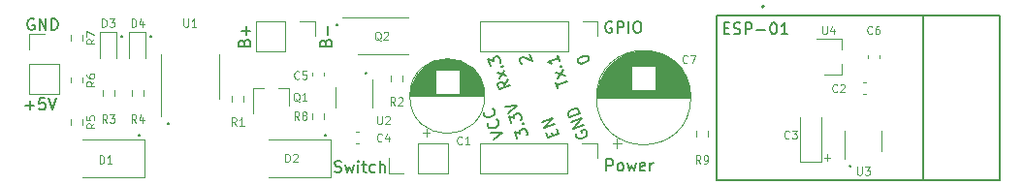
<source format=gto>
%TF.GenerationSoftware,KiCad,Pcbnew,5.1.8-5.1.8*%
%TF.CreationDate,2022-10-01T18:22:25+01:00*%
%TF.ProjectId,ESPower,4553506f-7765-4722-9e6b-696361645f70,rev?*%
%TF.SameCoordinates,Original*%
%TF.FileFunction,Legend,Top*%
%TF.FilePolarity,Positive*%
%FSLAX46Y46*%
G04 Gerber Fmt 4.6, Leading zero omitted, Abs format (unit mm)*
G04 Created by KiCad (PCBNEW 5.1.8-5.1.8) date 2022-10-01 18:22:25*
%MOMM*%
%LPD*%
G01*
G04 APERTURE LIST*
%ADD10C,0.150000*%
%ADD11C,0.120000*%
%ADD12C,0.200000*%
%ADD13C,0.127000*%
%ADD14R,2.500000X1.800000*%
%ADD15C,2.700000*%
%ADD16C,1.500000*%
%ADD17R,1.500000X1.500000*%
%ADD18R,0.900000X0.800000*%
%ADD19R,0.650000X1.060000*%
%ADD20R,3.200000X2.400000*%
%ADD21R,0.800000X0.900000*%
%ADD22R,1.700000X1.700000*%
%ADD23O,1.700000X1.700000*%
%ADD24C,1.600000*%
%ADD25R,1.600000X1.600000*%
G04 APERTURE END LIST*
D10*
X108585000Y-104751142D02*
X108632619Y-104798761D01*
X108585000Y-104846380D01*
X108537380Y-104798761D01*
X108585000Y-104751142D01*
X108585000Y-104846380D01*
X92329000Y-104751142D02*
X92376619Y-104798761D01*
X92329000Y-104846380D01*
X92281380Y-104798761D01*
X92329000Y-104751142D01*
X92329000Y-104846380D01*
X154432000Y-107418142D02*
X154479619Y-107465761D01*
X154432000Y-107513380D01*
X154384380Y-107465761D01*
X154432000Y-107418142D01*
X154432000Y-107513380D01*
X112141000Y-99290142D02*
X112188619Y-99337761D01*
X112141000Y-99385380D01*
X112093380Y-99337761D01*
X112141000Y-99290142D01*
X112141000Y-99385380D01*
X109601000Y-95099142D02*
X109648619Y-95146761D01*
X109601000Y-95194380D01*
X109553380Y-95146761D01*
X109601000Y-95099142D01*
X109601000Y-95194380D01*
X94869000Y-103735142D02*
X94916619Y-103782761D01*
X94869000Y-103830380D01*
X94821380Y-103782761D01*
X94869000Y-103735142D01*
X94869000Y-103830380D01*
X90805000Y-96115142D02*
X90852619Y-96162761D01*
X90805000Y-96210380D01*
X90757380Y-96162761D01*
X90805000Y-96115142D01*
X90805000Y-96210380D01*
X93345000Y-96115142D02*
X93392619Y-96162761D01*
X93345000Y-96210380D01*
X93297380Y-96162761D01*
X93345000Y-96115142D01*
X93345000Y-96210380D01*
X124526972Y-99919980D02*
X124193506Y-100396077D01*
X124722412Y-100456947D02*
X123782719Y-100798967D01*
X123652426Y-100440989D01*
X123664600Y-100335208D01*
X123693061Y-100274174D01*
X123766268Y-100196853D01*
X123900510Y-100147993D01*
X124006291Y-100160167D01*
X124067325Y-100188628D01*
X124144646Y-100261835D01*
X124274939Y-100619814D01*
X124412965Y-99606749D02*
X123607350Y-99342542D01*
X123786504Y-99834762D02*
X124233812Y-99114529D01*
X124014024Y-98789124D02*
X124042485Y-98728090D01*
X124103518Y-98756551D01*
X124075058Y-98817585D01*
X124014024Y-98789124D01*
X124103518Y-98756551D01*
X123033532Y-98740593D02*
X122821806Y-98158878D01*
X123293791Y-98341816D01*
X123244931Y-98207574D01*
X123257104Y-98101793D01*
X123285565Y-98040759D01*
X123358773Y-97963438D01*
X123582509Y-97882005D01*
X123688290Y-97894179D01*
X123749324Y-97922639D01*
X123826645Y-97995847D01*
X123924365Y-98264331D01*
X123912191Y-98370112D01*
X123883731Y-98431146D01*
X125783620Y-98594207D02*
X125722587Y-98565746D01*
X125645266Y-98492538D01*
X125563833Y-98268802D01*
X125576006Y-98163021D01*
X125604467Y-98101987D01*
X125677675Y-98024666D01*
X125767169Y-97992093D01*
X125917698Y-97987980D01*
X126650105Y-98329507D01*
X126438379Y-97747792D01*
X128870863Y-100694341D02*
X128675423Y-100157373D01*
X129712835Y-100083837D02*
X128773143Y-100425857D01*
X129533682Y-99591617D02*
X128728067Y-99327410D01*
X128907220Y-99819630D02*
X129354529Y-99099397D01*
X129134741Y-98773992D02*
X129163201Y-98712958D01*
X129224235Y-98741419D01*
X129195775Y-98802453D01*
X129134741Y-98773992D01*
X129224235Y-98741419D01*
X128882215Y-97801726D02*
X129077655Y-98338693D01*
X128979935Y-98070210D02*
X128040242Y-98412230D01*
X128207058Y-98452865D01*
X128329125Y-98509786D01*
X128406446Y-98582994D01*
X130692693Y-98403044D02*
X130660119Y-98313549D01*
X130672293Y-98207768D01*
X130700754Y-98146734D01*
X130773962Y-98069413D01*
X130936664Y-97959519D01*
X131160400Y-97878086D01*
X131355676Y-97857686D01*
X131461457Y-97869860D01*
X131522491Y-97898321D01*
X131599812Y-97971529D01*
X131632385Y-98061023D01*
X131620211Y-98166805D01*
X131591751Y-98227839D01*
X131518543Y-98305159D01*
X131355840Y-98415053D01*
X131132104Y-98496486D01*
X130936828Y-98516886D01*
X130831047Y-98504712D01*
X130770013Y-98476251D01*
X130692693Y-98403044D01*
X130473740Y-104645966D02*
X130461566Y-104751747D01*
X130510426Y-104885989D01*
X130604033Y-105003944D01*
X130726101Y-105060865D01*
X130831882Y-105073039D01*
X131027158Y-105052640D01*
X131161400Y-105003780D01*
X131324102Y-104893886D01*
X131397310Y-104816565D01*
X131454231Y-104694497D01*
X131450119Y-104543969D01*
X131417545Y-104454474D01*
X131323938Y-104336519D01*
X131262904Y-104308058D01*
X130949673Y-104422065D01*
X131014820Y-104601054D01*
X131205819Y-103872760D02*
X130266126Y-104214780D01*
X131010379Y-103335792D01*
X130070686Y-103677813D01*
X130847512Y-102888320D02*
X129907819Y-103230340D01*
X129826386Y-103006604D01*
X129822273Y-102856075D01*
X129879194Y-102734007D01*
X129952402Y-102656687D01*
X130115104Y-102546793D01*
X130249346Y-102497933D01*
X130444622Y-102477533D01*
X130550403Y-102489707D01*
X130672471Y-102546628D01*
X130766078Y-102664583D01*
X130847512Y-102888320D01*
X128455322Y-104858012D02*
X128341315Y-104544781D01*
X128784675Y-104231386D02*
X128947542Y-104678859D01*
X128007849Y-105020879D01*
X127844983Y-104573406D01*
X128638095Y-103828661D02*
X127698403Y-104170681D01*
X128442655Y-103291693D01*
X127502962Y-103633714D01*
X125339293Y-105079462D02*
X125127566Y-104497747D01*
X125599551Y-104680685D01*
X125550691Y-104546443D01*
X125562865Y-104440662D01*
X125591325Y-104379628D01*
X125664533Y-104302307D01*
X125888270Y-104220874D01*
X125994051Y-104233048D01*
X126055085Y-104261508D01*
X126132405Y-104334716D01*
X126230125Y-104603200D01*
X126217951Y-104708981D01*
X126189491Y-104770015D01*
X125831184Y-103785575D02*
X125859645Y-103724541D01*
X125920679Y-103753002D01*
X125892218Y-103814035D01*
X125831184Y-103785575D01*
X125920679Y-103753002D01*
X124850693Y-103737044D02*
X124638966Y-103155329D01*
X125110951Y-103338267D01*
X125062091Y-103204025D01*
X125074265Y-103098244D01*
X125102725Y-103037210D01*
X125175933Y-102959889D01*
X125399669Y-102878456D01*
X125505451Y-102890630D01*
X125566485Y-102919090D01*
X125643805Y-102992298D01*
X125741525Y-103260782D01*
X125729351Y-103366563D01*
X125700891Y-103427597D01*
X124541246Y-102886845D02*
X125366932Y-102231594D01*
X124313232Y-102260384D01*
X123258433Y-105199220D02*
X124084119Y-104543969D01*
X123030419Y-104572758D01*
X123571171Y-103413113D02*
X123632205Y-103441574D01*
X123725812Y-103559529D01*
X123758385Y-103649023D01*
X123762498Y-103799552D01*
X123705577Y-103921620D01*
X123632369Y-103998940D01*
X123469667Y-104108834D01*
X123335425Y-104157694D01*
X123140149Y-104178094D01*
X123034368Y-104165920D01*
X122912300Y-104108999D01*
X122818693Y-103991044D01*
X122786119Y-103901549D01*
X122782006Y-103751021D01*
X122810467Y-103689987D01*
X123229150Y-102473420D02*
X123290184Y-102501881D01*
X123383792Y-102619836D01*
X123416365Y-102709331D01*
X123420478Y-102859859D01*
X123363557Y-102981927D01*
X123290349Y-103059248D01*
X123127646Y-103169142D01*
X122993405Y-103218002D01*
X122798129Y-103238401D01*
X122692348Y-103226227D01*
X122570280Y-103169306D01*
X122476672Y-103051351D01*
X122444099Y-102961856D01*
X122439986Y-102811328D01*
X122468447Y-102750294D01*
D11*
X152133333Y-106730000D02*
X152666666Y-106730000D01*
X152400000Y-106996666D02*
X152400000Y-106463333D01*
D10*
X108640571Y-96686619D02*
X108688190Y-96543761D01*
X108735809Y-96496142D01*
X108831047Y-96448523D01*
X108973904Y-96448523D01*
X109069142Y-96496142D01*
X109116761Y-96543761D01*
X109164380Y-96639000D01*
X109164380Y-97019952D01*
X108164380Y-97019952D01*
X108164380Y-96686619D01*
X108212000Y-96591380D01*
X108259619Y-96543761D01*
X108354857Y-96496142D01*
X108450095Y-96496142D01*
X108545333Y-96543761D01*
X108592952Y-96591380D01*
X108640571Y-96686619D01*
X108640571Y-97019952D01*
X108783428Y-96019952D02*
X108783428Y-95258047D01*
X82407285Y-102179428D02*
X83169190Y-102179428D01*
X82788238Y-102560380D02*
X82788238Y-101798476D01*
X84121571Y-101560380D02*
X83645380Y-101560380D01*
X83597761Y-102036571D01*
X83645380Y-101988952D01*
X83740619Y-101941333D01*
X83978714Y-101941333D01*
X84073952Y-101988952D01*
X84121571Y-102036571D01*
X84169190Y-102131809D01*
X84169190Y-102369904D01*
X84121571Y-102465142D01*
X84073952Y-102512761D01*
X83978714Y-102560380D01*
X83740619Y-102560380D01*
X83645380Y-102512761D01*
X83597761Y-102465142D01*
X84454904Y-101560380D02*
X84788238Y-102560380D01*
X85121571Y-101560380D01*
D11*
X109064000Y-108457000D02*
X109064000Y-105157000D01*
X109064000Y-105157000D02*
X103664000Y-105157000D01*
X109064000Y-108457000D02*
X103664000Y-108457000D01*
X92808000Y-108457000D02*
X92808000Y-105157000D01*
X92808000Y-105157000D02*
X87408000Y-105157000D01*
X92808000Y-108457000D02*
X87408000Y-108457000D01*
X87390500Y-100186258D02*
X87390500Y-99711742D01*
X86345500Y-100186258D02*
X86345500Y-99711742D01*
D12*
X146912000Y-93540000D02*
G75*
G03*
X146912000Y-93540000I-100000J0D01*
G01*
D13*
X160772000Y-108690000D02*
X160772000Y-94290000D01*
X142772000Y-108690000D02*
X142772000Y-94290000D01*
X160772000Y-108690000D02*
X142772000Y-108690000D01*
X167472000Y-108690000D02*
X160772000Y-108690000D01*
X167472000Y-94290000D02*
X167472000Y-108690000D01*
X160772000Y-94290000D02*
X167472000Y-94290000D01*
X142772000Y-94290000D02*
X160772000Y-94290000D01*
D11*
X153668000Y-99497000D02*
X152208000Y-99497000D01*
X153668000Y-96337000D02*
X151508000Y-96337000D01*
X153668000Y-96337000D02*
X153668000Y-97267000D01*
X153668000Y-99497000D02*
X153668000Y-98567000D01*
X153965000Y-104383000D02*
X153965000Y-106833000D01*
X157185000Y-106183000D02*
X157185000Y-104383000D01*
X112735000Y-102373000D02*
X112735000Y-99923000D01*
X109515000Y-100573000D02*
X109515000Y-102373000D01*
X94214000Y-99695000D02*
X94214000Y-103145000D01*
X94214000Y-99695000D02*
X94214000Y-97745000D01*
X99334000Y-99695000D02*
X99334000Y-101645000D01*
X99334000Y-99695000D02*
X99334000Y-97745000D01*
X142000500Y-104885258D02*
X142000500Y-104410742D01*
X140955500Y-104885258D02*
X140955500Y-104410742D01*
X107427500Y-102886742D02*
X107427500Y-103361258D01*
X108472500Y-102886742D02*
X108472500Y-103361258D01*
X87390500Y-96503258D02*
X87390500Y-96028742D01*
X86345500Y-96503258D02*
X86345500Y-96028742D01*
X87390500Y-103869258D02*
X87390500Y-103394742D01*
X86345500Y-103869258D02*
X86345500Y-103394742D01*
X92724500Y-101329258D02*
X92724500Y-100854742D01*
X91679500Y-101329258D02*
X91679500Y-100854742D01*
X90184500Y-101329258D02*
X90184500Y-100854742D01*
X89139500Y-101329258D02*
X89139500Y-100854742D01*
X114285500Y-99584742D02*
X114285500Y-100059258D01*
X115330500Y-99584742D02*
X115330500Y-100059258D01*
X101487500Y-101837258D02*
X101487500Y-101362742D01*
X100442500Y-101837258D02*
X100442500Y-101362742D01*
X113665000Y-94529000D02*
X110065000Y-94529000D01*
X113665000Y-94529000D02*
X115865000Y-94529000D01*
X113665000Y-97749000D02*
X111465000Y-97749000D01*
X113665000Y-97749000D02*
X115865000Y-97749000D01*
X105466000Y-100713000D02*
X105466000Y-102173000D01*
X102306000Y-100713000D02*
X102306000Y-102873000D01*
X102306000Y-100713000D02*
X103236000Y-100713000D01*
X105466000Y-100713000D02*
X104536000Y-100713000D01*
X122114000Y-94809000D02*
X122114000Y-97469000D01*
X129794000Y-94809000D02*
X122114000Y-94809000D01*
X129794000Y-97469000D02*
X122114000Y-97469000D01*
X129794000Y-94809000D02*
X129794000Y-97469000D01*
X131064000Y-94809000D02*
X132394000Y-94809000D01*
X132394000Y-94809000D02*
X132394000Y-96139000D01*
X102531000Y-94809000D02*
X102531000Y-97469000D01*
X105131000Y-94809000D02*
X102531000Y-94809000D01*
X105131000Y-97469000D02*
X102531000Y-97469000D01*
X105131000Y-94809000D02*
X105131000Y-97469000D01*
X106401000Y-94809000D02*
X107731000Y-94809000D01*
X107731000Y-94809000D02*
X107731000Y-96139000D01*
X122089000Y-105477000D02*
X122089000Y-108137000D01*
X129769000Y-105477000D02*
X122089000Y-105477000D01*
X129769000Y-108137000D02*
X122089000Y-108137000D01*
X129769000Y-105477000D02*
X129769000Y-108137000D01*
X131039000Y-105477000D02*
X132369000Y-105477000D01*
X132369000Y-105477000D02*
X132369000Y-106807000D01*
X119313000Y-108137000D02*
X119313000Y-105477000D01*
X116713000Y-108137000D02*
X119313000Y-108137000D01*
X116713000Y-105477000D02*
X119313000Y-105477000D01*
X116713000Y-108137000D02*
X116713000Y-105477000D01*
X115443000Y-108137000D02*
X114113000Y-108137000D01*
X114113000Y-108137000D02*
X114113000Y-106807000D01*
X82744000Y-95952000D02*
X84074000Y-95952000D01*
X82744000Y-97282000D02*
X82744000Y-95952000D01*
X82744000Y-98552000D02*
X85404000Y-98552000D01*
X85404000Y-98552000D02*
X85404000Y-101152000D01*
X82744000Y-98552000D02*
X82744000Y-101152000D01*
X82744000Y-101152000D02*
X85404000Y-101152000D01*
X91467000Y-95797000D02*
X91467000Y-98082000D01*
X92937000Y-95797000D02*
X91467000Y-95797000D01*
X92937000Y-98082000D02*
X92937000Y-95797000D01*
X88927000Y-95797000D02*
X88927000Y-98082000D01*
X90397000Y-95797000D02*
X88927000Y-95797000D01*
X90397000Y-98082000D02*
X90397000Y-95797000D01*
X133683000Y-105510698D02*
X134483000Y-105510698D01*
X134083000Y-105910698D02*
X134083000Y-105110698D01*
X135865000Y-97420000D02*
X136931000Y-97420000D01*
X135630000Y-97460000D02*
X137166000Y-97460000D01*
X135450000Y-97500000D02*
X137346000Y-97500000D01*
X135300000Y-97540000D02*
X137496000Y-97540000D01*
X135169000Y-97580000D02*
X137627000Y-97580000D01*
X135052000Y-97620000D02*
X137744000Y-97620000D01*
X134945000Y-97660000D02*
X137851000Y-97660000D01*
X134846000Y-97700000D02*
X137950000Y-97700000D01*
X134753000Y-97740000D02*
X138043000Y-97740000D01*
X134667000Y-97780000D02*
X138129000Y-97780000D01*
X134585000Y-97820000D02*
X138211000Y-97820000D01*
X134508000Y-97860000D02*
X138288000Y-97860000D01*
X134434000Y-97900000D02*
X138362000Y-97900000D01*
X134364000Y-97940000D02*
X138432000Y-97940000D01*
X134296000Y-97980000D02*
X138500000Y-97980000D01*
X134232000Y-98020000D02*
X138564000Y-98020000D01*
X134170000Y-98060000D02*
X138626000Y-98060000D01*
X134111000Y-98100000D02*
X138685000Y-98100000D01*
X134053000Y-98140000D02*
X138743000Y-98140000D01*
X133998000Y-98180000D02*
X138798000Y-98180000D01*
X133944000Y-98220000D02*
X138852000Y-98220000D01*
X133893000Y-98260000D02*
X138903000Y-98260000D01*
X133842000Y-98300000D02*
X138954000Y-98300000D01*
X133794000Y-98340000D02*
X139002000Y-98340000D01*
X133747000Y-98380000D02*
X139049000Y-98380000D01*
X133701000Y-98420000D02*
X139095000Y-98420000D01*
X133657000Y-98460000D02*
X139139000Y-98460000D01*
X133614000Y-98500000D02*
X139182000Y-98500000D01*
X133572000Y-98540000D02*
X139224000Y-98540000D01*
X133531000Y-98580000D02*
X139265000Y-98580000D01*
X133491000Y-98620000D02*
X139305000Y-98620000D01*
X133453000Y-98660000D02*
X139343000Y-98660000D01*
X133415000Y-98700000D02*
X139381000Y-98700000D01*
X137438000Y-98740000D02*
X139417000Y-98740000D01*
X133379000Y-98740000D02*
X135358000Y-98740000D01*
X137438000Y-98780000D02*
X139453000Y-98780000D01*
X133343000Y-98780000D02*
X135358000Y-98780000D01*
X137438000Y-98820000D02*
X139488000Y-98820000D01*
X133308000Y-98820000D02*
X135358000Y-98820000D01*
X137438000Y-98860000D02*
X139522000Y-98860000D01*
X133274000Y-98860000D02*
X135358000Y-98860000D01*
X137438000Y-98900000D02*
X139554000Y-98900000D01*
X133242000Y-98900000D02*
X135358000Y-98900000D01*
X137438000Y-98940000D02*
X139587000Y-98940000D01*
X133209000Y-98940000D02*
X135358000Y-98940000D01*
X137438000Y-98980000D02*
X139618000Y-98980000D01*
X133178000Y-98980000D02*
X135358000Y-98980000D01*
X137438000Y-99020000D02*
X139648000Y-99020000D01*
X133148000Y-99020000D02*
X135358000Y-99020000D01*
X137438000Y-99060000D02*
X139678000Y-99060000D01*
X133118000Y-99060000D02*
X135358000Y-99060000D01*
X137438000Y-99100000D02*
X139707000Y-99100000D01*
X133089000Y-99100000D02*
X135358000Y-99100000D01*
X137438000Y-99140000D02*
X139736000Y-99140000D01*
X133060000Y-99140000D02*
X135358000Y-99140000D01*
X137438000Y-99180000D02*
X139763000Y-99180000D01*
X133033000Y-99180000D02*
X135358000Y-99180000D01*
X137438000Y-99220000D02*
X139790000Y-99220000D01*
X133006000Y-99220000D02*
X135358000Y-99220000D01*
X137438000Y-99260000D02*
X139816000Y-99260000D01*
X132980000Y-99260000D02*
X135358000Y-99260000D01*
X137438000Y-99300000D02*
X139842000Y-99300000D01*
X132954000Y-99300000D02*
X135358000Y-99300000D01*
X137438000Y-99340000D02*
X139867000Y-99340000D01*
X132929000Y-99340000D02*
X135358000Y-99340000D01*
X137438000Y-99380000D02*
X139891000Y-99380000D01*
X132905000Y-99380000D02*
X135358000Y-99380000D01*
X137438000Y-99420000D02*
X139915000Y-99420000D01*
X132881000Y-99420000D02*
X135358000Y-99420000D01*
X137438000Y-99460000D02*
X139938000Y-99460000D01*
X132858000Y-99460000D02*
X135358000Y-99460000D01*
X137438000Y-99500000D02*
X139960000Y-99500000D01*
X132836000Y-99500000D02*
X135358000Y-99500000D01*
X137438000Y-99540000D02*
X139982000Y-99540000D01*
X132814000Y-99540000D02*
X135358000Y-99540000D01*
X137438000Y-99580000D02*
X140004000Y-99580000D01*
X132792000Y-99580000D02*
X135358000Y-99580000D01*
X137438000Y-99620000D02*
X140025000Y-99620000D01*
X132771000Y-99620000D02*
X135358000Y-99620000D01*
X137438000Y-99660000D02*
X140045000Y-99660000D01*
X132751000Y-99660000D02*
X135358000Y-99660000D01*
X137438000Y-99700000D02*
X140064000Y-99700000D01*
X132732000Y-99700000D02*
X135358000Y-99700000D01*
X137438000Y-99740000D02*
X140084000Y-99740000D01*
X132712000Y-99740000D02*
X135358000Y-99740000D01*
X137438000Y-99780000D02*
X140102000Y-99780000D01*
X132694000Y-99780000D02*
X135358000Y-99780000D01*
X137438000Y-99820000D02*
X140120000Y-99820000D01*
X132676000Y-99820000D02*
X135358000Y-99820000D01*
X137438000Y-99860000D02*
X140138000Y-99860000D01*
X132658000Y-99860000D02*
X135358000Y-99860000D01*
X137438000Y-99900000D02*
X140155000Y-99900000D01*
X132641000Y-99900000D02*
X135358000Y-99900000D01*
X137438000Y-99940000D02*
X140172000Y-99940000D01*
X132624000Y-99940000D02*
X135358000Y-99940000D01*
X137438000Y-99980000D02*
X140188000Y-99980000D01*
X132608000Y-99980000D02*
X135358000Y-99980000D01*
X137438000Y-100020000D02*
X140203000Y-100020000D01*
X132593000Y-100020000D02*
X135358000Y-100020000D01*
X137438000Y-100060000D02*
X140219000Y-100060000D01*
X132577000Y-100060000D02*
X135358000Y-100060000D01*
X137438000Y-100100000D02*
X140233000Y-100100000D01*
X132563000Y-100100000D02*
X135358000Y-100100000D01*
X137438000Y-100140000D02*
X140248000Y-100140000D01*
X132548000Y-100140000D02*
X135358000Y-100140000D01*
X137438000Y-100180000D02*
X140261000Y-100180000D01*
X132535000Y-100180000D02*
X135358000Y-100180000D01*
X137438000Y-100220000D02*
X140275000Y-100220000D01*
X132521000Y-100220000D02*
X135358000Y-100220000D01*
X137438000Y-100260000D02*
X140287000Y-100260000D01*
X132509000Y-100260000D02*
X135358000Y-100260000D01*
X137438000Y-100300000D02*
X140300000Y-100300000D01*
X132496000Y-100300000D02*
X135358000Y-100300000D01*
X137438000Y-100340000D02*
X140312000Y-100340000D01*
X132484000Y-100340000D02*
X135358000Y-100340000D01*
X137438000Y-100380000D02*
X140323000Y-100380000D01*
X132473000Y-100380000D02*
X135358000Y-100380000D01*
X137438000Y-100420000D02*
X140334000Y-100420000D01*
X132462000Y-100420000D02*
X135358000Y-100420000D01*
X137438000Y-100460000D02*
X140345000Y-100460000D01*
X132451000Y-100460000D02*
X135358000Y-100460000D01*
X137438000Y-100500000D02*
X140355000Y-100500000D01*
X132441000Y-100500000D02*
X135358000Y-100500000D01*
X137438000Y-100540000D02*
X140365000Y-100540000D01*
X132431000Y-100540000D02*
X135358000Y-100540000D01*
X137438000Y-100580000D02*
X140374000Y-100580000D01*
X132422000Y-100580000D02*
X135358000Y-100580000D01*
X137438000Y-100620000D02*
X140383000Y-100620000D01*
X132413000Y-100620000D02*
X135358000Y-100620000D01*
X137438000Y-100660000D02*
X140392000Y-100660000D01*
X132404000Y-100660000D02*
X135358000Y-100660000D01*
X137438000Y-100700000D02*
X140400000Y-100700000D01*
X132396000Y-100700000D02*
X135358000Y-100700000D01*
X137438000Y-100740000D02*
X140408000Y-100740000D01*
X132388000Y-100740000D02*
X135358000Y-100740000D01*
X137438000Y-100780000D02*
X140415000Y-100780000D01*
X132381000Y-100780000D02*
X135358000Y-100780000D01*
X132374000Y-100821000D02*
X140422000Y-100821000D01*
X132368000Y-100861000D02*
X140428000Y-100861000D01*
X132361000Y-100901000D02*
X140435000Y-100901000D01*
X132356000Y-100941000D02*
X140440000Y-100941000D01*
X132350000Y-100981000D02*
X140446000Y-100981000D01*
X132346000Y-101021000D02*
X140450000Y-101021000D01*
X132341000Y-101061000D02*
X140455000Y-101061000D01*
X132337000Y-101101000D02*
X140459000Y-101101000D01*
X132333000Y-101141000D02*
X140463000Y-101141000D01*
X132330000Y-101181000D02*
X140466000Y-101181000D01*
X132327000Y-101221000D02*
X140469000Y-101221000D01*
X132324000Y-101261000D02*
X140472000Y-101261000D01*
X132322000Y-101301000D02*
X140474000Y-101301000D01*
X132321000Y-101341000D02*
X140475000Y-101341000D01*
X132319000Y-101381000D02*
X140477000Y-101381000D01*
X132318000Y-101421000D02*
X140478000Y-101421000D01*
X132318000Y-101461000D02*
X140478000Y-101461000D01*
X132318000Y-101501000D02*
X140478000Y-101501000D01*
X140518000Y-101501000D02*
G75*
G03*
X140518000Y-101501000I-4120000J0D01*
G01*
X156974000Y-98057580D02*
X156974000Y-97776420D01*
X155954000Y-98057580D02*
X155954000Y-97776420D01*
X108460000Y-99581580D02*
X108460000Y-99300420D01*
X107440000Y-99581580D02*
X107440000Y-99300420D01*
X111238420Y-105539000D02*
X111519580Y-105539000D01*
X111238420Y-104519000D02*
X111519580Y-104519000D01*
X151938000Y-107085000D02*
X151938000Y-103175000D01*
X150068000Y-107085000D02*
X151938000Y-107085000D01*
X150068000Y-103175000D02*
X150068000Y-107085000D01*
X155842580Y-100201000D02*
X155561420Y-100201000D01*
X155842580Y-101221000D02*
X155561420Y-101221000D01*
X117099000Y-104551241D02*
X117729000Y-104551241D01*
X117414000Y-104866241D02*
X117414000Y-104236241D01*
X118851000Y-98125000D02*
X119655000Y-98125000D01*
X118620000Y-98165000D02*
X119886000Y-98165000D01*
X118451000Y-98205000D02*
X120055000Y-98205000D01*
X118313000Y-98245000D02*
X120193000Y-98245000D01*
X118194000Y-98285000D02*
X120312000Y-98285000D01*
X118088000Y-98325000D02*
X120418000Y-98325000D01*
X117991000Y-98365000D02*
X120515000Y-98365000D01*
X117903000Y-98405000D02*
X120603000Y-98405000D01*
X117821000Y-98445000D02*
X120685000Y-98445000D01*
X117744000Y-98485000D02*
X120762000Y-98485000D01*
X117672000Y-98525000D02*
X120834000Y-98525000D01*
X117603000Y-98565000D02*
X120903000Y-98565000D01*
X117539000Y-98605000D02*
X120967000Y-98605000D01*
X117477000Y-98645000D02*
X121029000Y-98645000D01*
X117419000Y-98685000D02*
X121087000Y-98685000D01*
X117363000Y-98725000D02*
X121143000Y-98725000D01*
X117309000Y-98765000D02*
X121197000Y-98765000D01*
X117258000Y-98805000D02*
X121248000Y-98805000D01*
X117209000Y-98845000D02*
X121297000Y-98845000D01*
X117161000Y-98885000D02*
X121345000Y-98885000D01*
X117116000Y-98925000D02*
X121390000Y-98925000D01*
X117071000Y-98965000D02*
X121435000Y-98965000D01*
X117029000Y-99005000D02*
X121477000Y-99005000D01*
X116988000Y-99045000D02*
X121518000Y-99045000D01*
X120293000Y-99085000D02*
X121558000Y-99085000D01*
X116948000Y-99085000D02*
X118213000Y-99085000D01*
X120293000Y-99125000D02*
X121596000Y-99125000D01*
X116910000Y-99125000D02*
X118213000Y-99125000D01*
X120293000Y-99165000D02*
X121633000Y-99165000D01*
X116873000Y-99165000D02*
X118213000Y-99165000D01*
X120293000Y-99205000D02*
X121669000Y-99205000D01*
X116837000Y-99205000D02*
X118213000Y-99205000D01*
X120293000Y-99245000D02*
X121703000Y-99245000D01*
X116803000Y-99245000D02*
X118213000Y-99245000D01*
X120293000Y-99285000D02*
X121737000Y-99285000D01*
X116769000Y-99285000D02*
X118213000Y-99285000D01*
X120293000Y-99325000D02*
X121769000Y-99325000D01*
X116737000Y-99325000D02*
X118213000Y-99325000D01*
X120293000Y-99365000D02*
X121801000Y-99365000D01*
X116705000Y-99365000D02*
X118213000Y-99365000D01*
X120293000Y-99405000D02*
X121831000Y-99405000D01*
X116675000Y-99405000D02*
X118213000Y-99405000D01*
X120293000Y-99445000D02*
X121860000Y-99445000D01*
X116646000Y-99445000D02*
X118213000Y-99445000D01*
X120293000Y-99485000D02*
X121889000Y-99485000D01*
X116617000Y-99485000D02*
X118213000Y-99485000D01*
X120293000Y-99525000D02*
X121917000Y-99525000D01*
X116589000Y-99525000D02*
X118213000Y-99525000D01*
X120293000Y-99565000D02*
X121943000Y-99565000D01*
X116563000Y-99565000D02*
X118213000Y-99565000D01*
X120293000Y-99605000D02*
X121969000Y-99605000D01*
X116537000Y-99605000D02*
X118213000Y-99605000D01*
X120293000Y-99645000D02*
X121995000Y-99645000D01*
X116511000Y-99645000D02*
X118213000Y-99645000D01*
X120293000Y-99685000D02*
X122019000Y-99685000D01*
X116487000Y-99685000D02*
X118213000Y-99685000D01*
X120293000Y-99725000D02*
X122043000Y-99725000D01*
X116463000Y-99725000D02*
X118213000Y-99725000D01*
X120293000Y-99765000D02*
X122065000Y-99765000D01*
X116441000Y-99765000D02*
X118213000Y-99765000D01*
X120293000Y-99805000D02*
X122087000Y-99805000D01*
X116419000Y-99805000D02*
X118213000Y-99805000D01*
X120293000Y-99845000D02*
X122109000Y-99845000D01*
X116397000Y-99845000D02*
X118213000Y-99845000D01*
X120293000Y-99885000D02*
X122129000Y-99885000D01*
X116377000Y-99885000D02*
X118213000Y-99885000D01*
X120293000Y-99925000D02*
X122149000Y-99925000D01*
X116357000Y-99925000D02*
X118213000Y-99925000D01*
X120293000Y-99965000D02*
X122169000Y-99965000D01*
X116337000Y-99965000D02*
X118213000Y-99965000D01*
X120293000Y-100005000D02*
X122187000Y-100005000D01*
X116319000Y-100005000D02*
X118213000Y-100005000D01*
X120293000Y-100045000D02*
X122205000Y-100045000D01*
X116301000Y-100045000D02*
X118213000Y-100045000D01*
X120293000Y-100085000D02*
X122223000Y-100085000D01*
X116283000Y-100085000D02*
X118213000Y-100085000D01*
X120293000Y-100125000D02*
X122239000Y-100125000D01*
X116267000Y-100125000D02*
X118213000Y-100125000D01*
X120293000Y-100165000D02*
X122255000Y-100165000D01*
X116251000Y-100165000D02*
X118213000Y-100165000D01*
X120293000Y-100205000D02*
X122271000Y-100205000D01*
X116235000Y-100205000D02*
X118213000Y-100205000D01*
X120293000Y-100245000D02*
X122286000Y-100245000D01*
X116220000Y-100245000D02*
X118213000Y-100245000D01*
X120293000Y-100285000D02*
X122300000Y-100285000D01*
X116206000Y-100285000D02*
X118213000Y-100285000D01*
X120293000Y-100325000D02*
X122314000Y-100325000D01*
X116192000Y-100325000D02*
X118213000Y-100325000D01*
X120293000Y-100365000D02*
X122327000Y-100365000D01*
X116179000Y-100365000D02*
X118213000Y-100365000D01*
X120293000Y-100405000D02*
X122339000Y-100405000D01*
X116167000Y-100405000D02*
X118213000Y-100405000D01*
X120293000Y-100445000D02*
X122351000Y-100445000D01*
X116155000Y-100445000D02*
X118213000Y-100445000D01*
X120293000Y-100485000D02*
X122363000Y-100485000D01*
X116143000Y-100485000D02*
X118213000Y-100485000D01*
X120293000Y-100525000D02*
X122374000Y-100525000D01*
X116132000Y-100525000D02*
X118213000Y-100525000D01*
X120293000Y-100565000D02*
X122384000Y-100565000D01*
X116122000Y-100565000D02*
X118213000Y-100565000D01*
X120293000Y-100605000D02*
X122394000Y-100605000D01*
X116112000Y-100605000D02*
X118213000Y-100605000D01*
X120293000Y-100645000D02*
X122403000Y-100645000D01*
X116103000Y-100645000D02*
X118213000Y-100645000D01*
X120293000Y-100686000D02*
X122412000Y-100686000D01*
X116094000Y-100686000D02*
X118213000Y-100686000D01*
X120293000Y-100726000D02*
X122420000Y-100726000D01*
X116086000Y-100726000D02*
X118213000Y-100726000D01*
X120293000Y-100766000D02*
X122428000Y-100766000D01*
X116078000Y-100766000D02*
X118213000Y-100766000D01*
X120293000Y-100806000D02*
X122435000Y-100806000D01*
X116071000Y-100806000D02*
X118213000Y-100806000D01*
X120293000Y-100846000D02*
X122442000Y-100846000D01*
X116064000Y-100846000D02*
X118213000Y-100846000D01*
X120293000Y-100886000D02*
X122448000Y-100886000D01*
X116058000Y-100886000D02*
X118213000Y-100886000D01*
X120293000Y-100926000D02*
X122454000Y-100926000D01*
X116052000Y-100926000D02*
X118213000Y-100926000D01*
X120293000Y-100966000D02*
X122459000Y-100966000D01*
X116047000Y-100966000D02*
X118213000Y-100966000D01*
X120293000Y-101006000D02*
X122464000Y-101006000D01*
X116042000Y-101006000D02*
X118213000Y-101006000D01*
X120293000Y-101046000D02*
X122468000Y-101046000D01*
X116038000Y-101046000D02*
X118213000Y-101046000D01*
X120293000Y-101086000D02*
X122471000Y-101086000D01*
X116035000Y-101086000D02*
X118213000Y-101086000D01*
X120293000Y-101126000D02*
X122475000Y-101126000D01*
X116031000Y-101126000D02*
X118213000Y-101126000D01*
X116029000Y-101166000D02*
X122477000Y-101166000D01*
X116026000Y-101206000D02*
X122480000Y-101206000D01*
X116025000Y-101246000D02*
X122481000Y-101246000D01*
X116023000Y-101286000D02*
X122483000Y-101286000D01*
X116023000Y-101326000D02*
X122483000Y-101326000D01*
X116023000Y-101366000D02*
X122483000Y-101366000D01*
X122523000Y-101366000D02*
G75*
G03*
X122523000Y-101366000I-3270000J0D01*
G01*
X105121333Y-107123666D02*
X105121333Y-106423666D01*
X105288000Y-106423666D01*
X105388000Y-106457000D01*
X105454666Y-106523666D01*
X105488000Y-106590333D01*
X105521333Y-106723666D01*
X105521333Y-106823666D01*
X105488000Y-106957000D01*
X105454666Y-107023666D01*
X105388000Y-107090333D01*
X105288000Y-107123666D01*
X105121333Y-107123666D01*
X105788000Y-106490333D02*
X105821333Y-106457000D01*
X105888000Y-106423666D01*
X106054666Y-106423666D01*
X106121333Y-106457000D01*
X106154666Y-106490333D01*
X106188000Y-106557000D01*
X106188000Y-106623666D01*
X106154666Y-106723666D01*
X105754666Y-107123666D01*
X106188000Y-107123666D01*
X88891333Y-107250666D02*
X88891333Y-106550666D01*
X89058000Y-106550666D01*
X89158000Y-106584000D01*
X89224666Y-106650666D01*
X89258000Y-106717333D01*
X89291333Y-106850666D01*
X89291333Y-106950666D01*
X89258000Y-107084000D01*
X89224666Y-107150666D01*
X89158000Y-107217333D01*
X89058000Y-107250666D01*
X88891333Y-107250666D01*
X89958000Y-107250666D02*
X89558000Y-107250666D01*
X89758000Y-107250666D02*
X89758000Y-106550666D01*
X89691333Y-106650666D01*
X89624666Y-106717333D01*
X89558000Y-106750666D01*
X88454666Y-100065666D02*
X88121333Y-100299000D01*
X88454666Y-100465666D02*
X87754666Y-100465666D01*
X87754666Y-100199000D01*
X87788000Y-100132333D01*
X87821333Y-100099000D01*
X87888000Y-100065666D01*
X87988000Y-100065666D01*
X88054666Y-100099000D01*
X88088000Y-100132333D01*
X88121333Y-100199000D01*
X88121333Y-100465666D01*
X87754666Y-99465666D02*
X87754666Y-99599000D01*
X87788000Y-99665666D01*
X87821333Y-99699000D01*
X87921333Y-99765666D01*
X88054666Y-99799000D01*
X88321333Y-99799000D01*
X88388000Y-99765666D01*
X88421333Y-99732333D01*
X88454666Y-99665666D01*
X88454666Y-99532333D01*
X88421333Y-99465666D01*
X88388000Y-99432333D01*
X88321333Y-99399000D01*
X88154666Y-99399000D01*
X88088000Y-99432333D01*
X88054666Y-99465666D01*
X88021333Y-99532333D01*
X88021333Y-99665666D01*
X88054666Y-99732333D01*
X88088000Y-99765666D01*
X88154666Y-99799000D01*
D10*
X143415095Y-95432571D02*
X143748428Y-95432571D01*
X143891285Y-95956380D02*
X143415095Y-95956380D01*
X143415095Y-94956380D01*
X143891285Y-94956380D01*
X144272238Y-95908761D02*
X144415095Y-95956380D01*
X144653190Y-95956380D01*
X144748428Y-95908761D01*
X144796047Y-95861142D01*
X144843666Y-95765904D01*
X144843666Y-95670666D01*
X144796047Y-95575428D01*
X144748428Y-95527809D01*
X144653190Y-95480190D01*
X144462714Y-95432571D01*
X144367476Y-95384952D01*
X144319857Y-95337333D01*
X144272238Y-95242095D01*
X144272238Y-95146857D01*
X144319857Y-95051619D01*
X144367476Y-95004000D01*
X144462714Y-94956380D01*
X144700809Y-94956380D01*
X144843666Y-95004000D01*
X145272238Y-95956380D02*
X145272238Y-94956380D01*
X145653190Y-94956380D01*
X145748428Y-95004000D01*
X145796047Y-95051619D01*
X145843666Y-95146857D01*
X145843666Y-95289714D01*
X145796047Y-95384952D01*
X145748428Y-95432571D01*
X145653190Y-95480190D01*
X145272238Y-95480190D01*
X146272238Y-95575428D02*
X147034142Y-95575428D01*
X147700809Y-94956380D02*
X147796047Y-94956380D01*
X147891285Y-95004000D01*
X147938904Y-95051619D01*
X147986523Y-95146857D01*
X148034142Y-95337333D01*
X148034142Y-95575428D01*
X147986523Y-95765904D01*
X147938904Y-95861142D01*
X147891285Y-95908761D01*
X147796047Y-95956380D01*
X147700809Y-95956380D01*
X147605571Y-95908761D01*
X147557952Y-95861142D01*
X147510333Y-95765904D01*
X147462714Y-95575428D01*
X147462714Y-95337333D01*
X147510333Y-95146857D01*
X147557952Y-95051619D01*
X147605571Y-95004000D01*
X147700809Y-94956380D01*
X148986523Y-95956380D02*
X148415095Y-95956380D01*
X148700809Y-95956380D02*
X148700809Y-94956380D01*
X148605571Y-95099238D01*
X148510333Y-95194476D01*
X148415095Y-95242095D01*
D11*
X151993666Y-95247666D02*
X151993666Y-95814333D01*
X152027000Y-95881000D01*
X152060333Y-95914333D01*
X152127000Y-95947666D01*
X152260333Y-95947666D01*
X152327000Y-95914333D01*
X152360333Y-95881000D01*
X152393666Y-95814333D01*
X152393666Y-95247666D01*
X153027000Y-95481000D02*
X153027000Y-95947666D01*
X152860333Y-95214333D02*
X152693666Y-95714333D01*
X153127000Y-95714333D01*
X155041666Y-107566666D02*
X155041666Y-108133333D01*
X155075000Y-108200000D01*
X155108333Y-108233333D01*
X155175000Y-108266666D01*
X155308333Y-108266666D01*
X155375000Y-108233333D01*
X155408333Y-108200000D01*
X155441666Y-108133333D01*
X155441666Y-107566666D01*
X155708333Y-107566666D02*
X156141666Y-107566666D01*
X155908333Y-107833333D01*
X156008333Y-107833333D01*
X156075000Y-107866666D01*
X156108333Y-107900000D01*
X156141666Y-107966666D01*
X156141666Y-108133333D01*
X156108333Y-108200000D01*
X156075000Y-108233333D01*
X156008333Y-108266666D01*
X155808333Y-108266666D01*
X155741666Y-108233333D01*
X155708333Y-108200000D01*
X113131666Y-103121666D02*
X113131666Y-103688333D01*
X113165000Y-103755000D01*
X113198333Y-103788333D01*
X113265000Y-103821666D01*
X113398333Y-103821666D01*
X113465000Y-103788333D01*
X113498333Y-103755000D01*
X113531666Y-103688333D01*
X113531666Y-103121666D01*
X113831666Y-103188333D02*
X113865000Y-103155000D01*
X113931666Y-103121666D01*
X114098333Y-103121666D01*
X114165000Y-103155000D01*
X114198333Y-103188333D01*
X114231666Y-103255000D01*
X114231666Y-103321666D01*
X114198333Y-103421666D01*
X113798333Y-103821666D01*
X114231666Y-103821666D01*
X96240666Y-94612666D02*
X96240666Y-95179333D01*
X96274000Y-95246000D01*
X96307333Y-95279333D01*
X96374000Y-95312666D01*
X96507333Y-95312666D01*
X96574000Y-95279333D01*
X96607333Y-95246000D01*
X96640666Y-95179333D01*
X96640666Y-94612666D01*
X97340666Y-95312666D02*
X96940666Y-95312666D01*
X97140666Y-95312666D02*
X97140666Y-94612666D01*
X97074000Y-94712666D01*
X97007333Y-94779333D01*
X96940666Y-94812666D01*
X141361333Y-107250666D02*
X141128000Y-106917333D01*
X140961333Y-107250666D02*
X140961333Y-106550666D01*
X141228000Y-106550666D01*
X141294666Y-106584000D01*
X141328000Y-106617333D01*
X141361333Y-106684000D01*
X141361333Y-106784000D01*
X141328000Y-106850666D01*
X141294666Y-106884000D01*
X141228000Y-106917333D01*
X140961333Y-106917333D01*
X141694666Y-107250666D02*
X141828000Y-107250666D01*
X141894666Y-107217333D01*
X141928000Y-107184000D01*
X141994666Y-107084000D01*
X142028000Y-106950666D01*
X142028000Y-106684000D01*
X141994666Y-106617333D01*
X141961333Y-106584000D01*
X141894666Y-106550666D01*
X141761333Y-106550666D01*
X141694666Y-106584000D01*
X141661333Y-106617333D01*
X141628000Y-106684000D01*
X141628000Y-106850666D01*
X141661333Y-106917333D01*
X141694666Y-106950666D01*
X141761333Y-106984000D01*
X141894666Y-106984000D01*
X141961333Y-106950666D01*
X141994666Y-106917333D01*
X142028000Y-106850666D01*
X106309333Y-103440666D02*
X106076000Y-103107333D01*
X105909333Y-103440666D02*
X105909333Y-102740666D01*
X106176000Y-102740666D01*
X106242666Y-102774000D01*
X106276000Y-102807333D01*
X106309333Y-102874000D01*
X106309333Y-102974000D01*
X106276000Y-103040666D01*
X106242666Y-103074000D01*
X106176000Y-103107333D01*
X105909333Y-103107333D01*
X106709333Y-103040666D02*
X106642666Y-103007333D01*
X106609333Y-102974000D01*
X106576000Y-102907333D01*
X106576000Y-102874000D01*
X106609333Y-102807333D01*
X106642666Y-102774000D01*
X106709333Y-102740666D01*
X106842666Y-102740666D01*
X106909333Y-102774000D01*
X106942666Y-102807333D01*
X106976000Y-102874000D01*
X106976000Y-102907333D01*
X106942666Y-102974000D01*
X106909333Y-103007333D01*
X106842666Y-103040666D01*
X106709333Y-103040666D01*
X106642666Y-103074000D01*
X106609333Y-103107333D01*
X106576000Y-103174000D01*
X106576000Y-103307333D01*
X106609333Y-103374000D01*
X106642666Y-103407333D01*
X106709333Y-103440666D01*
X106842666Y-103440666D01*
X106909333Y-103407333D01*
X106942666Y-103374000D01*
X106976000Y-103307333D01*
X106976000Y-103174000D01*
X106942666Y-103107333D01*
X106909333Y-103074000D01*
X106842666Y-103040666D01*
X88454666Y-96382666D02*
X88121333Y-96616000D01*
X88454666Y-96782666D02*
X87754666Y-96782666D01*
X87754666Y-96516000D01*
X87788000Y-96449333D01*
X87821333Y-96416000D01*
X87888000Y-96382666D01*
X87988000Y-96382666D01*
X88054666Y-96416000D01*
X88088000Y-96449333D01*
X88121333Y-96516000D01*
X88121333Y-96782666D01*
X87754666Y-96149333D02*
X87754666Y-95682666D01*
X88454666Y-95982666D01*
X88454666Y-103748666D02*
X88121333Y-103982000D01*
X88454666Y-104148666D02*
X87754666Y-104148666D01*
X87754666Y-103882000D01*
X87788000Y-103815333D01*
X87821333Y-103782000D01*
X87888000Y-103748666D01*
X87988000Y-103748666D01*
X88054666Y-103782000D01*
X88088000Y-103815333D01*
X88121333Y-103882000D01*
X88121333Y-104148666D01*
X87754666Y-103115333D02*
X87754666Y-103448666D01*
X88088000Y-103482000D01*
X88054666Y-103448666D01*
X88021333Y-103382000D01*
X88021333Y-103215333D01*
X88054666Y-103148666D01*
X88088000Y-103115333D01*
X88154666Y-103082000D01*
X88321333Y-103082000D01*
X88388000Y-103115333D01*
X88421333Y-103148666D01*
X88454666Y-103215333D01*
X88454666Y-103382000D01*
X88421333Y-103448666D01*
X88388000Y-103482000D01*
X92085333Y-103694666D02*
X91852000Y-103361333D01*
X91685333Y-103694666D02*
X91685333Y-102994666D01*
X91952000Y-102994666D01*
X92018666Y-103028000D01*
X92052000Y-103061333D01*
X92085333Y-103128000D01*
X92085333Y-103228000D01*
X92052000Y-103294666D01*
X92018666Y-103328000D01*
X91952000Y-103361333D01*
X91685333Y-103361333D01*
X92685333Y-103228000D02*
X92685333Y-103694666D01*
X92518666Y-102961333D02*
X92352000Y-103461333D01*
X92785333Y-103461333D01*
X89545333Y-103694666D02*
X89312000Y-103361333D01*
X89145333Y-103694666D02*
X89145333Y-102994666D01*
X89412000Y-102994666D01*
X89478666Y-103028000D01*
X89512000Y-103061333D01*
X89545333Y-103128000D01*
X89545333Y-103228000D01*
X89512000Y-103294666D01*
X89478666Y-103328000D01*
X89412000Y-103361333D01*
X89145333Y-103361333D01*
X89778666Y-102994666D02*
X90212000Y-102994666D01*
X89978666Y-103261333D01*
X90078666Y-103261333D01*
X90145333Y-103294666D01*
X90178666Y-103328000D01*
X90212000Y-103394666D01*
X90212000Y-103561333D01*
X90178666Y-103628000D01*
X90145333Y-103661333D01*
X90078666Y-103694666D01*
X89878666Y-103694666D01*
X89812000Y-103661333D01*
X89778666Y-103628000D01*
X114691333Y-102170666D02*
X114458000Y-101837333D01*
X114291333Y-102170666D02*
X114291333Y-101470666D01*
X114558000Y-101470666D01*
X114624666Y-101504000D01*
X114658000Y-101537333D01*
X114691333Y-101604000D01*
X114691333Y-101704000D01*
X114658000Y-101770666D01*
X114624666Y-101804000D01*
X114558000Y-101837333D01*
X114291333Y-101837333D01*
X114958000Y-101537333D02*
X114991333Y-101504000D01*
X115058000Y-101470666D01*
X115224666Y-101470666D01*
X115291333Y-101504000D01*
X115324666Y-101537333D01*
X115358000Y-101604000D01*
X115358000Y-101670666D01*
X115324666Y-101770666D01*
X114924666Y-102170666D01*
X115358000Y-102170666D01*
X100848333Y-103948666D02*
X100615000Y-103615333D01*
X100448333Y-103948666D02*
X100448333Y-103248666D01*
X100715000Y-103248666D01*
X100781666Y-103282000D01*
X100815000Y-103315333D01*
X100848333Y-103382000D01*
X100848333Y-103482000D01*
X100815000Y-103548666D01*
X100781666Y-103582000D01*
X100715000Y-103615333D01*
X100448333Y-103615333D01*
X101515000Y-103948666D02*
X101115000Y-103948666D01*
X101315000Y-103948666D02*
X101315000Y-103248666D01*
X101248333Y-103348666D01*
X101181666Y-103415333D01*
X101115000Y-103448666D01*
X113471333Y-96522333D02*
X113404666Y-96489000D01*
X113338000Y-96422333D01*
X113238000Y-96322333D01*
X113171333Y-96289000D01*
X113104666Y-96289000D01*
X113138000Y-96455666D02*
X113071333Y-96422333D01*
X113004666Y-96355666D01*
X112971333Y-96222333D01*
X112971333Y-95989000D01*
X113004666Y-95855666D01*
X113071333Y-95789000D01*
X113138000Y-95755666D01*
X113271333Y-95755666D01*
X113338000Y-95789000D01*
X113404666Y-95855666D01*
X113438000Y-95989000D01*
X113438000Y-96222333D01*
X113404666Y-96355666D01*
X113338000Y-96422333D01*
X113271333Y-96455666D01*
X113138000Y-96455666D01*
X113704666Y-95822333D02*
X113738000Y-95789000D01*
X113804666Y-95755666D01*
X113971333Y-95755666D01*
X114038000Y-95789000D01*
X114071333Y-95822333D01*
X114104666Y-95889000D01*
X114104666Y-95955666D01*
X114071333Y-96055666D01*
X113671333Y-96455666D01*
X114104666Y-96455666D01*
X106359333Y-101856333D02*
X106292666Y-101823000D01*
X106226000Y-101756333D01*
X106126000Y-101656333D01*
X106059333Y-101623000D01*
X105992666Y-101623000D01*
X106026000Y-101789666D02*
X105959333Y-101756333D01*
X105892666Y-101689666D01*
X105859333Y-101556333D01*
X105859333Y-101323000D01*
X105892666Y-101189666D01*
X105959333Y-101123000D01*
X106026000Y-101089666D01*
X106159333Y-101089666D01*
X106226000Y-101123000D01*
X106292666Y-101189666D01*
X106326000Y-101323000D01*
X106326000Y-101556333D01*
X106292666Y-101689666D01*
X106226000Y-101756333D01*
X106159333Y-101789666D01*
X106026000Y-101789666D01*
X106992666Y-101789666D02*
X106592666Y-101789666D01*
X106792666Y-101789666D02*
X106792666Y-101089666D01*
X106726000Y-101189666D01*
X106659333Y-101256333D01*
X106592666Y-101289666D01*
D10*
X133620000Y-94877000D02*
X133524761Y-94829380D01*
X133381904Y-94829380D01*
X133239047Y-94877000D01*
X133143809Y-94972238D01*
X133096190Y-95067476D01*
X133048571Y-95257952D01*
X133048571Y-95400809D01*
X133096190Y-95591285D01*
X133143809Y-95686523D01*
X133239047Y-95781761D01*
X133381904Y-95829380D01*
X133477142Y-95829380D01*
X133620000Y-95781761D01*
X133667619Y-95734142D01*
X133667619Y-95400809D01*
X133477142Y-95400809D01*
X134096190Y-95829380D02*
X134096190Y-94829380D01*
X134477142Y-94829380D01*
X134572380Y-94877000D01*
X134620000Y-94924619D01*
X134667619Y-95019857D01*
X134667619Y-95162714D01*
X134620000Y-95257952D01*
X134572380Y-95305571D01*
X134477142Y-95353190D01*
X134096190Y-95353190D01*
X135096190Y-95829380D02*
X135096190Y-94829380D01*
X135762857Y-94829380D02*
X135953333Y-94829380D01*
X136048571Y-94877000D01*
X136143809Y-94972238D01*
X136191428Y-95162714D01*
X136191428Y-95496047D01*
X136143809Y-95686523D01*
X136048571Y-95781761D01*
X135953333Y-95829380D01*
X135762857Y-95829380D01*
X135667619Y-95781761D01*
X135572380Y-95686523D01*
X135524761Y-95496047D01*
X135524761Y-95162714D01*
X135572380Y-94972238D01*
X135667619Y-94877000D01*
X135762857Y-94829380D01*
X101528571Y-96686619D02*
X101576190Y-96543761D01*
X101623809Y-96496142D01*
X101719047Y-96448523D01*
X101861904Y-96448523D01*
X101957142Y-96496142D01*
X102004761Y-96543761D01*
X102052380Y-96639000D01*
X102052380Y-97019952D01*
X101052380Y-97019952D01*
X101052380Y-96686619D01*
X101100000Y-96591380D01*
X101147619Y-96543761D01*
X101242857Y-96496142D01*
X101338095Y-96496142D01*
X101433333Y-96543761D01*
X101480952Y-96591380D01*
X101528571Y-96686619D01*
X101528571Y-97019952D01*
X101671428Y-96019952D02*
X101671428Y-95258047D01*
X102052380Y-95639000D02*
X101290476Y-95639000D01*
X133151809Y-107894380D02*
X133151809Y-106894380D01*
X133532761Y-106894380D01*
X133628000Y-106942000D01*
X133675619Y-106989619D01*
X133723238Y-107084857D01*
X133723238Y-107227714D01*
X133675619Y-107322952D01*
X133628000Y-107370571D01*
X133532761Y-107418190D01*
X133151809Y-107418190D01*
X134294666Y-107894380D02*
X134199428Y-107846761D01*
X134151809Y-107799142D01*
X134104190Y-107703904D01*
X134104190Y-107418190D01*
X134151809Y-107322952D01*
X134199428Y-107275333D01*
X134294666Y-107227714D01*
X134437523Y-107227714D01*
X134532761Y-107275333D01*
X134580380Y-107322952D01*
X134628000Y-107418190D01*
X134628000Y-107703904D01*
X134580380Y-107799142D01*
X134532761Y-107846761D01*
X134437523Y-107894380D01*
X134294666Y-107894380D01*
X134961333Y-107227714D02*
X135151809Y-107894380D01*
X135342285Y-107418190D01*
X135532761Y-107894380D01*
X135723238Y-107227714D01*
X136485142Y-107846761D02*
X136389904Y-107894380D01*
X136199428Y-107894380D01*
X136104190Y-107846761D01*
X136056571Y-107751523D01*
X136056571Y-107370571D01*
X136104190Y-107275333D01*
X136199428Y-107227714D01*
X136389904Y-107227714D01*
X136485142Y-107275333D01*
X136532761Y-107370571D01*
X136532761Y-107465809D01*
X136056571Y-107561047D01*
X136961333Y-107894380D02*
X136961333Y-107227714D01*
X136961333Y-107418190D02*
X137008952Y-107322952D01*
X137056571Y-107275333D01*
X137151809Y-107227714D01*
X137247047Y-107227714D01*
X109418714Y-107973761D02*
X109561571Y-108021380D01*
X109799666Y-108021380D01*
X109894904Y-107973761D01*
X109942523Y-107926142D01*
X109990142Y-107830904D01*
X109990142Y-107735666D01*
X109942523Y-107640428D01*
X109894904Y-107592809D01*
X109799666Y-107545190D01*
X109609190Y-107497571D01*
X109513952Y-107449952D01*
X109466333Y-107402333D01*
X109418714Y-107307095D01*
X109418714Y-107211857D01*
X109466333Y-107116619D01*
X109513952Y-107069000D01*
X109609190Y-107021380D01*
X109847285Y-107021380D01*
X109990142Y-107069000D01*
X110323476Y-107354714D02*
X110513952Y-108021380D01*
X110704428Y-107545190D01*
X110894904Y-108021380D01*
X111085380Y-107354714D01*
X111466333Y-108021380D02*
X111466333Y-107354714D01*
X111466333Y-107021380D02*
X111418714Y-107069000D01*
X111466333Y-107116619D01*
X111513952Y-107069000D01*
X111466333Y-107021380D01*
X111466333Y-107116619D01*
X111799666Y-107354714D02*
X112180619Y-107354714D01*
X111942523Y-107021380D02*
X111942523Y-107878523D01*
X111990142Y-107973761D01*
X112085380Y-108021380D01*
X112180619Y-108021380D01*
X112942523Y-107973761D02*
X112847285Y-108021380D01*
X112656809Y-108021380D01*
X112561571Y-107973761D01*
X112513952Y-107926142D01*
X112466333Y-107830904D01*
X112466333Y-107545190D01*
X112513952Y-107449952D01*
X112561571Y-107402333D01*
X112656809Y-107354714D01*
X112847285Y-107354714D01*
X112942523Y-107402333D01*
X113371095Y-108021380D02*
X113371095Y-107021380D01*
X113799666Y-108021380D02*
X113799666Y-107497571D01*
X113752047Y-107402333D01*
X113656809Y-107354714D01*
X113513952Y-107354714D01*
X113418714Y-107402333D01*
X113371095Y-107449952D01*
X83159695Y-94623000D02*
X83064457Y-94575380D01*
X82921600Y-94575380D01*
X82778742Y-94623000D01*
X82683504Y-94718238D01*
X82635885Y-94813476D01*
X82588266Y-95003952D01*
X82588266Y-95146809D01*
X82635885Y-95337285D01*
X82683504Y-95432523D01*
X82778742Y-95527761D01*
X82921600Y-95575380D01*
X83016838Y-95575380D01*
X83159695Y-95527761D01*
X83207314Y-95480142D01*
X83207314Y-95146809D01*
X83016838Y-95146809D01*
X83635885Y-95575380D02*
X83635885Y-94575380D01*
X84207314Y-95575380D01*
X84207314Y-94575380D01*
X84683504Y-95575380D02*
X84683504Y-94575380D01*
X84921600Y-94575380D01*
X85064457Y-94623000D01*
X85159695Y-94718238D01*
X85207314Y-94813476D01*
X85254933Y-95003952D01*
X85254933Y-95146809D01*
X85207314Y-95337285D01*
X85159695Y-95432523D01*
X85064457Y-95527761D01*
X84921600Y-95575380D01*
X84683504Y-95575380D01*
D11*
X91685333Y-95312666D02*
X91685333Y-94612666D01*
X91852000Y-94612666D01*
X91952000Y-94646000D01*
X92018666Y-94712666D01*
X92052000Y-94779333D01*
X92085333Y-94912666D01*
X92085333Y-95012666D01*
X92052000Y-95146000D01*
X92018666Y-95212666D01*
X91952000Y-95279333D01*
X91852000Y-95312666D01*
X91685333Y-95312666D01*
X92685333Y-94846000D02*
X92685333Y-95312666D01*
X92518666Y-94579333D02*
X92352000Y-95079333D01*
X92785333Y-95079333D01*
X89119933Y-95312666D02*
X89119933Y-94612666D01*
X89286600Y-94612666D01*
X89386600Y-94646000D01*
X89453266Y-94712666D01*
X89486600Y-94779333D01*
X89519933Y-94912666D01*
X89519933Y-95012666D01*
X89486600Y-95146000D01*
X89453266Y-95212666D01*
X89386600Y-95279333D01*
X89286600Y-95312666D01*
X89119933Y-95312666D01*
X89753266Y-94612666D02*
X90186600Y-94612666D01*
X89953266Y-94879333D01*
X90053266Y-94879333D01*
X90119933Y-94912666D01*
X90153266Y-94946000D01*
X90186600Y-95012666D01*
X90186600Y-95179333D01*
X90153266Y-95246000D01*
X90119933Y-95279333D01*
X90053266Y-95312666D01*
X89853266Y-95312666D01*
X89786600Y-95279333D01*
X89753266Y-95246000D01*
X140218333Y-98421000D02*
X140185000Y-98454333D01*
X140085000Y-98487666D01*
X140018333Y-98487666D01*
X139918333Y-98454333D01*
X139851666Y-98387666D01*
X139818333Y-98321000D01*
X139785000Y-98187666D01*
X139785000Y-98087666D01*
X139818333Y-97954333D01*
X139851666Y-97887666D01*
X139918333Y-97821000D01*
X140018333Y-97787666D01*
X140085000Y-97787666D01*
X140185000Y-97821000D01*
X140218333Y-97854333D01*
X140451666Y-97787666D02*
X140918333Y-97787666D01*
X140618333Y-98487666D01*
X156347333Y-95868000D02*
X156314000Y-95901333D01*
X156214000Y-95934666D01*
X156147333Y-95934666D01*
X156047333Y-95901333D01*
X155980666Y-95834666D01*
X155947333Y-95768000D01*
X155914000Y-95634666D01*
X155914000Y-95534666D01*
X155947333Y-95401333D01*
X155980666Y-95334666D01*
X156047333Y-95268000D01*
X156147333Y-95234666D01*
X156214000Y-95234666D01*
X156314000Y-95268000D01*
X156347333Y-95301333D01*
X156947333Y-95234666D02*
X156814000Y-95234666D01*
X156747333Y-95268000D01*
X156714000Y-95301333D01*
X156647333Y-95401333D01*
X156614000Y-95534666D01*
X156614000Y-95801333D01*
X156647333Y-95868000D01*
X156680666Y-95901333D01*
X156747333Y-95934666D01*
X156880666Y-95934666D01*
X156947333Y-95901333D01*
X156980666Y-95868000D01*
X157014000Y-95801333D01*
X157014000Y-95634666D01*
X156980666Y-95568000D01*
X156947333Y-95534666D01*
X156880666Y-95501333D01*
X156747333Y-95501333D01*
X156680666Y-95534666D01*
X156647333Y-95568000D01*
X156614000Y-95634666D01*
X106309333Y-99818000D02*
X106276000Y-99851333D01*
X106176000Y-99884666D01*
X106109333Y-99884666D01*
X106009333Y-99851333D01*
X105942666Y-99784666D01*
X105909333Y-99718000D01*
X105876000Y-99584666D01*
X105876000Y-99484666D01*
X105909333Y-99351333D01*
X105942666Y-99284666D01*
X106009333Y-99218000D01*
X106109333Y-99184666D01*
X106176000Y-99184666D01*
X106276000Y-99218000D01*
X106309333Y-99251333D01*
X106942666Y-99184666D02*
X106609333Y-99184666D01*
X106576000Y-99518000D01*
X106609333Y-99484666D01*
X106676000Y-99451333D01*
X106842666Y-99451333D01*
X106909333Y-99484666D01*
X106942666Y-99518000D01*
X106976000Y-99584666D01*
X106976000Y-99751333D01*
X106942666Y-99818000D01*
X106909333Y-99851333D01*
X106842666Y-99884666D01*
X106676000Y-99884666D01*
X106609333Y-99851333D01*
X106576000Y-99818000D01*
X113548333Y-105279000D02*
X113515000Y-105312333D01*
X113415000Y-105345666D01*
X113348333Y-105345666D01*
X113248333Y-105312333D01*
X113181666Y-105245666D01*
X113148333Y-105179000D01*
X113115000Y-105045666D01*
X113115000Y-104945666D01*
X113148333Y-104812333D01*
X113181666Y-104745666D01*
X113248333Y-104679000D01*
X113348333Y-104645666D01*
X113415000Y-104645666D01*
X113515000Y-104679000D01*
X113548333Y-104712333D01*
X114148333Y-104879000D02*
X114148333Y-105345666D01*
X113981666Y-104612333D02*
X113815000Y-105112333D01*
X114248333Y-105112333D01*
X149108333Y-105025000D02*
X149075000Y-105058333D01*
X148975000Y-105091666D01*
X148908333Y-105091666D01*
X148808333Y-105058333D01*
X148741666Y-104991666D01*
X148708333Y-104925000D01*
X148675000Y-104791666D01*
X148675000Y-104691666D01*
X148708333Y-104558333D01*
X148741666Y-104491666D01*
X148808333Y-104425000D01*
X148908333Y-104391666D01*
X148975000Y-104391666D01*
X149075000Y-104425000D01*
X149108333Y-104458333D01*
X149341666Y-104391666D02*
X149775000Y-104391666D01*
X149541666Y-104658333D01*
X149641666Y-104658333D01*
X149708333Y-104691666D01*
X149741666Y-104725000D01*
X149775000Y-104791666D01*
X149775000Y-104958333D01*
X149741666Y-105025000D01*
X149708333Y-105058333D01*
X149641666Y-105091666D01*
X149441666Y-105091666D01*
X149375000Y-105058333D01*
X149341666Y-105025000D01*
X153299333Y-100961000D02*
X153266000Y-100994333D01*
X153166000Y-101027666D01*
X153099333Y-101027666D01*
X152999333Y-100994333D01*
X152932666Y-100927666D01*
X152899333Y-100861000D01*
X152866000Y-100727666D01*
X152866000Y-100627666D01*
X152899333Y-100494333D01*
X152932666Y-100427666D01*
X152999333Y-100361000D01*
X153099333Y-100327666D01*
X153166000Y-100327666D01*
X153266000Y-100361000D01*
X153299333Y-100394333D01*
X153566000Y-100394333D02*
X153599333Y-100361000D01*
X153666000Y-100327666D01*
X153832666Y-100327666D01*
X153899333Y-100361000D01*
X153932666Y-100394333D01*
X153966000Y-100461000D01*
X153966000Y-100527666D01*
X153932666Y-100627666D01*
X153532666Y-101027666D01*
X153966000Y-101027666D01*
X120533333Y-105533000D02*
X120500000Y-105566333D01*
X120400000Y-105599666D01*
X120333333Y-105599666D01*
X120233333Y-105566333D01*
X120166666Y-105499666D01*
X120133333Y-105433000D01*
X120100000Y-105299666D01*
X120100000Y-105199666D01*
X120133333Y-105066333D01*
X120166666Y-104999666D01*
X120233333Y-104933000D01*
X120333333Y-104899666D01*
X120400000Y-104899666D01*
X120500000Y-104933000D01*
X120533333Y-104966333D01*
X121200000Y-105599666D02*
X120800000Y-105599666D01*
X121000000Y-105599666D02*
X121000000Y-104899666D01*
X120933333Y-104999666D01*
X120866666Y-105066333D01*
X120800000Y-105099666D01*
%LPC*%
D14*
X103664000Y-106807000D03*
X107664000Y-106807000D03*
X87408000Y-106807000D03*
X91408000Y-106807000D03*
D15*
X127254000Y-101600000D03*
G36*
G01*
X87143000Y-99524000D02*
X86593000Y-99524000D01*
G75*
G02*
X86393000Y-99324000I0J200000D01*
G01*
X86393000Y-98924000D01*
G75*
G02*
X86593000Y-98724000I200000J0D01*
G01*
X87143000Y-98724000D01*
G75*
G02*
X87343000Y-98924000I0J-200000D01*
G01*
X87343000Y-99324000D01*
G75*
G02*
X87143000Y-99524000I-200000J0D01*
G01*
G37*
G36*
G01*
X87143000Y-101174000D02*
X86593000Y-101174000D01*
G75*
G02*
X86393000Y-100974000I0J200000D01*
G01*
X86393000Y-100574000D01*
G75*
G02*
X86593000Y-100374000I200000J0D01*
G01*
X87143000Y-100374000D01*
G75*
G02*
X87343000Y-100574000I0J-200000D01*
G01*
X87343000Y-100974000D01*
G75*
G02*
X87143000Y-101174000I-200000J0D01*
G01*
G37*
D16*
X144272000Y-105410000D03*
X144272000Y-102870000D03*
X144272000Y-100330000D03*
X144272000Y-97790000D03*
D17*
X146812000Y-97790000D03*
D16*
X146812000Y-100330000D03*
X146812000Y-102870000D03*
X146812000Y-105410000D03*
D18*
X153908000Y-97917000D03*
X151908000Y-98867000D03*
X151908000Y-96967000D03*
D19*
X154625000Y-104183000D03*
X156525000Y-104183000D03*
X156525000Y-106383000D03*
X155575000Y-106383000D03*
X154625000Y-106383000D03*
X111125000Y-102573000D03*
X112075000Y-102573000D03*
X110175000Y-102573000D03*
X110175000Y-100373000D03*
X111125000Y-100373000D03*
X112075000Y-100373000D03*
D20*
X96774000Y-99695000D03*
G36*
G01*
X95019000Y-97845000D02*
X94719000Y-97845000D01*
G75*
G02*
X94569000Y-97695000I0J150000D01*
G01*
X94569000Y-96395000D01*
G75*
G02*
X94719000Y-96245000I150000J0D01*
G01*
X95019000Y-96245000D01*
G75*
G02*
X95169000Y-96395000I0J-150000D01*
G01*
X95169000Y-97695000D01*
G75*
G02*
X95019000Y-97845000I-150000J0D01*
G01*
G37*
G36*
G01*
X96289000Y-97845000D02*
X95989000Y-97845000D01*
G75*
G02*
X95839000Y-97695000I0J150000D01*
G01*
X95839000Y-96395000D01*
G75*
G02*
X95989000Y-96245000I150000J0D01*
G01*
X96289000Y-96245000D01*
G75*
G02*
X96439000Y-96395000I0J-150000D01*
G01*
X96439000Y-97695000D01*
G75*
G02*
X96289000Y-97845000I-150000J0D01*
G01*
G37*
G36*
G01*
X97559000Y-97845000D02*
X97259000Y-97845000D01*
G75*
G02*
X97109000Y-97695000I0J150000D01*
G01*
X97109000Y-96395000D01*
G75*
G02*
X97259000Y-96245000I150000J0D01*
G01*
X97559000Y-96245000D01*
G75*
G02*
X97709000Y-96395000I0J-150000D01*
G01*
X97709000Y-97695000D01*
G75*
G02*
X97559000Y-97845000I-150000J0D01*
G01*
G37*
G36*
G01*
X98829000Y-97845000D02*
X98529000Y-97845000D01*
G75*
G02*
X98379000Y-97695000I0J150000D01*
G01*
X98379000Y-96395000D01*
G75*
G02*
X98529000Y-96245000I150000J0D01*
G01*
X98829000Y-96245000D01*
G75*
G02*
X98979000Y-96395000I0J-150000D01*
G01*
X98979000Y-97695000D01*
G75*
G02*
X98829000Y-97845000I-150000J0D01*
G01*
G37*
G36*
G01*
X98829000Y-103145000D02*
X98529000Y-103145000D01*
G75*
G02*
X98379000Y-102995000I0J150000D01*
G01*
X98379000Y-101695000D01*
G75*
G02*
X98529000Y-101545000I150000J0D01*
G01*
X98829000Y-101545000D01*
G75*
G02*
X98979000Y-101695000I0J-150000D01*
G01*
X98979000Y-102995000D01*
G75*
G02*
X98829000Y-103145000I-150000J0D01*
G01*
G37*
G36*
G01*
X97559000Y-103145000D02*
X97259000Y-103145000D01*
G75*
G02*
X97109000Y-102995000I0J150000D01*
G01*
X97109000Y-101695000D01*
G75*
G02*
X97259000Y-101545000I150000J0D01*
G01*
X97559000Y-101545000D01*
G75*
G02*
X97709000Y-101695000I0J-150000D01*
G01*
X97709000Y-102995000D01*
G75*
G02*
X97559000Y-103145000I-150000J0D01*
G01*
G37*
G36*
G01*
X96289000Y-103145000D02*
X95989000Y-103145000D01*
G75*
G02*
X95839000Y-102995000I0J150000D01*
G01*
X95839000Y-101695000D01*
G75*
G02*
X95989000Y-101545000I150000J0D01*
G01*
X96289000Y-101545000D01*
G75*
G02*
X96439000Y-101695000I0J-150000D01*
G01*
X96439000Y-102995000D01*
G75*
G02*
X96289000Y-103145000I-150000J0D01*
G01*
G37*
G36*
G01*
X95019000Y-103145000D02*
X94719000Y-103145000D01*
G75*
G02*
X94569000Y-102995000I0J150000D01*
G01*
X94569000Y-101695000D01*
G75*
G02*
X94719000Y-101545000I150000J0D01*
G01*
X95019000Y-101545000D01*
G75*
G02*
X95169000Y-101695000I0J-150000D01*
G01*
X95169000Y-102995000D01*
G75*
G02*
X95019000Y-103145000I-150000J0D01*
G01*
G37*
G36*
G01*
X141753000Y-104223000D02*
X141203000Y-104223000D01*
G75*
G02*
X141003000Y-104023000I0J200000D01*
G01*
X141003000Y-103623000D01*
G75*
G02*
X141203000Y-103423000I200000J0D01*
G01*
X141753000Y-103423000D01*
G75*
G02*
X141953000Y-103623000I0J-200000D01*
G01*
X141953000Y-104023000D01*
G75*
G02*
X141753000Y-104223000I-200000J0D01*
G01*
G37*
G36*
G01*
X141753000Y-105873000D02*
X141203000Y-105873000D01*
G75*
G02*
X141003000Y-105673000I0J200000D01*
G01*
X141003000Y-105273000D01*
G75*
G02*
X141203000Y-105073000I200000J0D01*
G01*
X141753000Y-105073000D01*
G75*
G02*
X141953000Y-105273000I0J-200000D01*
G01*
X141953000Y-105673000D01*
G75*
G02*
X141753000Y-105873000I-200000J0D01*
G01*
G37*
G36*
G01*
X107675000Y-103549000D02*
X108225000Y-103549000D01*
G75*
G02*
X108425000Y-103749000I0J-200000D01*
G01*
X108425000Y-104149000D01*
G75*
G02*
X108225000Y-104349000I-200000J0D01*
G01*
X107675000Y-104349000D01*
G75*
G02*
X107475000Y-104149000I0J200000D01*
G01*
X107475000Y-103749000D01*
G75*
G02*
X107675000Y-103549000I200000J0D01*
G01*
G37*
G36*
G01*
X107675000Y-101899000D02*
X108225000Y-101899000D01*
G75*
G02*
X108425000Y-102099000I0J-200000D01*
G01*
X108425000Y-102499000D01*
G75*
G02*
X108225000Y-102699000I-200000J0D01*
G01*
X107675000Y-102699000D01*
G75*
G02*
X107475000Y-102499000I0J200000D01*
G01*
X107475000Y-102099000D01*
G75*
G02*
X107675000Y-101899000I200000J0D01*
G01*
G37*
G36*
G01*
X87143000Y-95841000D02*
X86593000Y-95841000D01*
G75*
G02*
X86393000Y-95641000I0J200000D01*
G01*
X86393000Y-95241000D01*
G75*
G02*
X86593000Y-95041000I200000J0D01*
G01*
X87143000Y-95041000D01*
G75*
G02*
X87343000Y-95241000I0J-200000D01*
G01*
X87343000Y-95641000D01*
G75*
G02*
X87143000Y-95841000I-200000J0D01*
G01*
G37*
G36*
G01*
X87143000Y-97491000D02*
X86593000Y-97491000D01*
G75*
G02*
X86393000Y-97291000I0J200000D01*
G01*
X86393000Y-96891000D01*
G75*
G02*
X86593000Y-96691000I200000J0D01*
G01*
X87143000Y-96691000D01*
G75*
G02*
X87343000Y-96891000I0J-200000D01*
G01*
X87343000Y-97291000D01*
G75*
G02*
X87143000Y-97491000I-200000J0D01*
G01*
G37*
G36*
G01*
X87143000Y-103207000D02*
X86593000Y-103207000D01*
G75*
G02*
X86393000Y-103007000I0J200000D01*
G01*
X86393000Y-102607000D01*
G75*
G02*
X86593000Y-102407000I200000J0D01*
G01*
X87143000Y-102407000D01*
G75*
G02*
X87343000Y-102607000I0J-200000D01*
G01*
X87343000Y-103007000D01*
G75*
G02*
X87143000Y-103207000I-200000J0D01*
G01*
G37*
G36*
G01*
X87143000Y-104857000D02*
X86593000Y-104857000D01*
G75*
G02*
X86393000Y-104657000I0J200000D01*
G01*
X86393000Y-104257000D01*
G75*
G02*
X86593000Y-104057000I200000J0D01*
G01*
X87143000Y-104057000D01*
G75*
G02*
X87343000Y-104257000I0J-200000D01*
G01*
X87343000Y-104657000D01*
G75*
G02*
X87143000Y-104857000I-200000J0D01*
G01*
G37*
G36*
G01*
X92477000Y-100667000D02*
X91927000Y-100667000D01*
G75*
G02*
X91727000Y-100467000I0J200000D01*
G01*
X91727000Y-100067000D01*
G75*
G02*
X91927000Y-99867000I200000J0D01*
G01*
X92477000Y-99867000D01*
G75*
G02*
X92677000Y-100067000I0J-200000D01*
G01*
X92677000Y-100467000D01*
G75*
G02*
X92477000Y-100667000I-200000J0D01*
G01*
G37*
G36*
G01*
X92477000Y-102317000D02*
X91927000Y-102317000D01*
G75*
G02*
X91727000Y-102117000I0J200000D01*
G01*
X91727000Y-101717000D01*
G75*
G02*
X91927000Y-101517000I200000J0D01*
G01*
X92477000Y-101517000D01*
G75*
G02*
X92677000Y-101717000I0J-200000D01*
G01*
X92677000Y-102117000D01*
G75*
G02*
X92477000Y-102317000I-200000J0D01*
G01*
G37*
G36*
G01*
X89937000Y-100667000D02*
X89387000Y-100667000D01*
G75*
G02*
X89187000Y-100467000I0J200000D01*
G01*
X89187000Y-100067000D01*
G75*
G02*
X89387000Y-99867000I200000J0D01*
G01*
X89937000Y-99867000D01*
G75*
G02*
X90137000Y-100067000I0J-200000D01*
G01*
X90137000Y-100467000D01*
G75*
G02*
X89937000Y-100667000I-200000J0D01*
G01*
G37*
G36*
G01*
X89937000Y-102317000D02*
X89387000Y-102317000D01*
G75*
G02*
X89187000Y-102117000I0J200000D01*
G01*
X89187000Y-101717000D01*
G75*
G02*
X89387000Y-101517000I200000J0D01*
G01*
X89937000Y-101517000D01*
G75*
G02*
X90137000Y-101717000I0J-200000D01*
G01*
X90137000Y-102117000D01*
G75*
G02*
X89937000Y-102317000I-200000J0D01*
G01*
G37*
G36*
G01*
X114533000Y-100247000D02*
X115083000Y-100247000D01*
G75*
G02*
X115283000Y-100447000I0J-200000D01*
G01*
X115283000Y-100847000D01*
G75*
G02*
X115083000Y-101047000I-200000J0D01*
G01*
X114533000Y-101047000D01*
G75*
G02*
X114333000Y-100847000I0J200000D01*
G01*
X114333000Y-100447000D01*
G75*
G02*
X114533000Y-100247000I200000J0D01*
G01*
G37*
G36*
G01*
X114533000Y-98597000D02*
X115083000Y-98597000D01*
G75*
G02*
X115283000Y-98797000I0J-200000D01*
G01*
X115283000Y-99197000D01*
G75*
G02*
X115083000Y-99397000I-200000J0D01*
G01*
X114533000Y-99397000D01*
G75*
G02*
X114333000Y-99197000I0J200000D01*
G01*
X114333000Y-98797000D01*
G75*
G02*
X114533000Y-98597000I200000J0D01*
G01*
G37*
G36*
G01*
X101240000Y-101175000D02*
X100690000Y-101175000D01*
G75*
G02*
X100490000Y-100975000I0J200000D01*
G01*
X100490000Y-100575000D01*
G75*
G02*
X100690000Y-100375000I200000J0D01*
G01*
X101240000Y-100375000D01*
G75*
G02*
X101440000Y-100575000I0J-200000D01*
G01*
X101440000Y-100975000D01*
G75*
G02*
X101240000Y-101175000I-200000J0D01*
G01*
G37*
G36*
G01*
X101240000Y-102825000D02*
X100690000Y-102825000D01*
G75*
G02*
X100490000Y-102625000I0J200000D01*
G01*
X100490000Y-102225000D01*
G75*
G02*
X100690000Y-102025000I200000J0D01*
G01*
X101240000Y-102025000D01*
G75*
G02*
X101440000Y-102225000I0J-200000D01*
G01*
X101440000Y-102625000D01*
G75*
G02*
X101240000Y-102825000I-200000J0D01*
G01*
G37*
G36*
G01*
X115790000Y-95264000D02*
X115790000Y-95064000D01*
G75*
G02*
X115890000Y-94964000I100000J0D01*
G01*
X117165000Y-94964000D01*
G75*
G02*
X117265000Y-95064000I0J-100000D01*
G01*
X117265000Y-95264000D01*
G75*
G02*
X117165000Y-95364000I-100000J0D01*
G01*
X115890000Y-95364000D01*
G75*
G02*
X115790000Y-95264000I0J100000D01*
G01*
G37*
G36*
G01*
X115790000Y-95914000D02*
X115790000Y-95714000D01*
G75*
G02*
X115890000Y-95614000I100000J0D01*
G01*
X117165000Y-95614000D01*
G75*
G02*
X117265000Y-95714000I0J-100000D01*
G01*
X117265000Y-95914000D01*
G75*
G02*
X117165000Y-96014000I-100000J0D01*
G01*
X115890000Y-96014000D01*
G75*
G02*
X115790000Y-95914000I0J100000D01*
G01*
G37*
G36*
G01*
X115790000Y-96564000D02*
X115790000Y-96364000D01*
G75*
G02*
X115890000Y-96264000I100000J0D01*
G01*
X117165000Y-96264000D01*
G75*
G02*
X117265000Y-96364000I0J-100000D01*
G01*
X117265000Y-96564000D01*
G75*
G02*
X117165000Y-96664000I-100000J0D01*
G01*
X115890000Y-96664000D01*
G75*
G02*
X115790000Y-96564000I0J100000D01*
G01*
G37*
G36*
G01*
X115790000Y-97214000D02*
X115790000Y-97014000D01*
G75*
G02*
X115890000Y-96914000I100000J0D01*
G01*
X117165000Y-96914000D01*
G75*
G02*
X117265000Y-97014000I0J-100000D01*
G01*
X117265000Y-97214000D01*
G75*
G02*
X117165000Y-97314000I-100000J0D01*
G01*
X115890000Y-97314000D01*
G75*
G02*
X115790000Y-97214000I0J100000D01*
G01*
G37*
G36*
G01*
X110065000Y-97214000D02*
X110065000Y-97014000D01*
G75*
G02*
X110165000Y-96914000I100000J0D01*
G01*
X111440000Y-96914000D01*
G75*
G02*
X111540000Y-97014000I0J-100000D01*
G01*
X111540000Y-97214000D01*
G75*
G02*
X111440000Y-97314000I-100000J0D01*
G01*
X110165000Y-97314000D01*
G75*
G02*
X110065000Y-97214000I0J100000D01*
G01*
G37*
G36*
G01*
X110065000Y-96564000D02*
X110065000Y-96364000D01*
G75*
G02*
X110165000Y-96264000I100000J0D01*
G01*
X111440000Y-96264000D01*
G75*
G02*
X111540000Y-96364000I0J-100000D01*
G01*
X111540000Y-96564000D01*
G75*
G02*
X111440000Y-96664000I-100000J0D01*
G01*
X110165000Y-96664000D01*
G75*
G02*
X110065000Y-96564000I0J100000D01*
G01*
G37*
G36*
G01*
X110065000Y-95914000D02*
X110065000Y-95714000D01*
G75*
G02*
X110165000Y-95614000I100000J0D01*
G01*
X111440000Y-95614000D01*
G75*
G02*
X111540000Y-95714000I0J-100000D01*
G01*
X111540000Y-95914000D01*
G75*
G02*
X111440000Y-96014000I-100000J0D01*
G01*
X110165000Y-96014000D01*
G75*
G02*
X110065000Y-95914000I0J100000D01*
G01*
G37*
G36*
G01*
X110065000Y-95264000D02*
X110065000Y-95064000D01*
G75*
G02*
X110165000Y-94964000I100000J0D01*
G01*
X111440000Y-94964000D01*
G75*
G02*
X111540000Y-95064000I0J-100000D01*
G01*
X111540000Y-95264000D01*
G75*
G02*
X111440000Y-95364000I-100000J0D01*
G01*
X110165000Y-95364000D01*
G75*
G02*
X110065000Y-95264000I0J100000D01*
G01*
G37*
D21*
X103886000Y-100473000D03*
X104836000Y-102473000D03*
X102936000Y-102473000D03*
D22*
X131064000Y-96139000D03*
D23*
X128524000Y-96139000D03*
X125984000Y-96139000D03*
X123444000Y-96139000D03*
D22*
X106401000Y-96139000D03*
D23*
X103861000Y-96139000D03*
D22*
X131039000Y-106807000D03*
D23*
X128499000Y-106807000D03*
X125959000Y-106807000D03*
X123419000Y-106807000D03*
D22*
X115443000Y-106807000D03*
D23*
X117983000Y-106807000D03*
X84074000Y-99822000D03*
D22*
X84074000Y-97282000D03*
G36*
G01*
X91945750Y-97632000D02*
X92458250Y-97632000D01*
G75*
G02*
X92677000Y-97850750I0J-218750D01*
G01*
X92677000Y-98288250D01*
G75*
G02*
X92458250Y-98507000I-218750J0D01*
G01*
X91945750Y-98507000D01*
G75*
G02*
X91727000Y-98288250I0J218750D01*
G01*
X91727000Y-97850750D01*
G75*
G02*
X91945750Y-97632000I218750J0D01*
G01*
G37*
G36*
G01*
X91945750Y-96057000D02*
X92458250Y-96057000D01*
G75*
G02*
X92677000Y-96275750I0J-218750D01*
G01*
X92677000Y-96713250D01*
G75*
G02*
X92458250Y-96932000I-218750J0D01*
G01*
X91945750Y-96932000D01*
G75*
G02*
X91727000Y-96713250I0J218750D01*
G01*
X91727000Y-96275750D01*
G75*
G02*
X91945750Y-96057000I218750J0D01*
G01*
G37*
G36*
G01*
X89405750Y-97632000D02*
X89918250Y-97632000D01*
G75*
G02*
X90137000Y-97850750I0J-218750D01*
G01*
X90137000Y-98288250D01*
G75*
G02*
X89918250Y-98507000I-218750J0D01*
G01*
X89405750Y-98507000D01*
G75*
G02*
X89187000Y-98288250I0J218750D01*
G01*
X89187000Y-97850750D01*
G75*
G02*
X89405750Y-97632000I218750J0D01*
G01*
G37*
G36*
G01*
X89405750Y-96057000D02*
X89918250Y-96057000D01*
G75*
G02*
X90137000Y-96275750I0J-218750D01*
G01*
X90137000Y-96713250D01*
G75*
G02*
X89918250Y-96932000I-218750J0D01*
G01*
X89405750Y-96932000D01*
G75*
G02*
X89187000Y-96713250I0J218750D01*
G01*
X89187000Y-96275750D01*
G75*
G02*
X89405750Y-96057000I218750J0D01*
G01*
G37*
D24*
X136398000Y-99751000D03*
D25*
X136398000Y-103251000D03*
G36*
G01*
X156714000Y-97592000D02*
X156214000Y-97592000D01*
G75*
G02*
X155989000Y-97367000I0J225000D01*
G01*
X155989000Y-96917000D01*
G75*
G02*
X156214000Y-96692000I225000J0D01*
G01*
X156714000Y-96692000D01*
G75*
G02*
X156939000Y-96917000I0J-225000D01*
G01*
X156939000Y-97367000D01*
G75*
G02*
X156714000Y-97592000I-225000J0D01*
G01*
G37*
G36*
G01*
X156714000Y-99142000D02*
X156214000Y-99142000D01*
G75*
G02*
X155989000Y-98917000I0J225000D01*
G01*
X155989000Y-98467000D01*
G75*
G02*
X156214000Y-98242000I225000J0D01*
G01*
X156714000Y-98242000D01*
G75*
G02*
X156939000Y-98467000I0J-225000D01*
G01*
X156939000Y-98917000D01*
G75*
G02*
X156714000Y-99142000I-225000J0D01*
G01*
G37*
G36*
G01*
X108200000Y-99116000D02*
X107700000Y-99116000D01*
G75*
G02*
X107475000Y-98891000I0J225000D01*
G01*
X107475000Y-98441000D01*
G75*
G02*
X107700000Y-98216000I225000J0D01*
G01*
X108200000Y-98216000D01*
G75*
G02*
X108425000Y-98441000I0J-225000D01*
G01*
X108425000Y-98891000D01*
G75*
G02*
X108200000Y-99116000I-225000J0D01*
G01*
G37*
G36*
G01*
X108200000Y-100666000D02*
X107700000Y-100666000D01*
G75*
G02*
X107475000Y-100441000I0J225000D01*
G01*
X107475000Y-99991000D01*
G75*
G02*
X107700000Y-99766000I225000J0D01*
G01*
X108200000Y-99766000D01*
G75*
G02*
X108425000Y-99991000I0J-225000D01*
G01*
X108425000Y-100441000D01*
G75*
G02*
X108200000Y-100666000I-225000J0D01*
G01*
G37*
G36*
G01*
X111704000Y-105279000D02*
X111704000Y-104779000D01*
G75*
G02*
X111929000Y-104554000I225000J0D01*
G01*
X112379000Y-104554000D01*
G75*
G02*
X112604000Y-104779000I0J-225000D01*
G01*
X112604000Y-105279000D01*
G75*
G02*
X112379000Y-105504000I-225000J0D01*
G01*
X111929000Y-105504000D01*
G75*
G02*
X111704000Y-105279000I0J225000D01*
G01*
G37*
G36*
G01*
X110154000Y-105279000D02*
X110154000Y-104779000D01*
G75*
G02*
X110379000Y-104554000I225000J0D01*
G01*
X110829000Y-104554000D01*
G75*
G02*
X111054000Y-104779000I0J-225000D01*
G01*
X111054000Y-105279000D01*
G75*
G02*
X110829000Y-105504000I-225000J0D01*
G01*
X110379000Y-105504000D01*
G75*
G02*
X110154000Y-105279000I0J225000D01*
G01*
G37*
G36*
G01*
X151428001Y-104125000D02*
X150577999Y-104125000D01*
G75*
G02*
X150328000Y-103875001I0J249999D01*
G01*
X150328000Y-102974999D01*
G75*
G02*
X150577999Y-102725000I249999J0D01*
G01*
X151428001Y-102725000D01*
G75*
G02*
X151678000Y-102974999I0J-249999D01*
G01*
X151678000Y-103875001D01*
G75*
G02*
X151428001Y-104125000I-249999J0D01*
G01*
G37*
G36*
G01*
X151428001Y-106825000D02*
X150577999Y-106825000D01*
G75*
G02*
X150328000Y-106575001I0J249999D01*
G01*
X150328000Y-105674999D01*
G75*
G02*
X150577999Y-105425000I249999J0D01*
G01*
X151428001Y-105425000D01*
G75*
G02*
X151678000Y-105674999I0J-249999D01*
G01*
X151678000Y-106575001D01*
G75*
G02*
X151428001Y-106825000I-249999J0D01*
G01*
G37*
G36*
G01*
X155377000Y-100461000D02*
X155377000Y-100961000D01*
G75*
G02*
X155152000Y-101186000I-225000J0D01*
G01*
X154702000Y-101186000D01*
G75*
G02*
X154477000Y-100961000I0J225000D01*
G01*
X154477000Y-100461000D01*
G75*
G02*
X154702000Y-100236000I225000J0D01*
G01*
X155152000Y-100236000D01*
G75*
G02*
X155377000Y-100461000I0J-225000D01*
G01*
G37*
G36*
G01*
X156927000Y-100461000D02*
X156927000Y-100961000D01*
G75*
G02*
X156702000Y-101186000I-225000J0D01*
G01*
X156252000Y-101186000D01*
G75*
G02*
X156027000Y-100961000I0J225000D01*
G01*
X156027000Y-100461000D01*
G75*
G02*
X156252000Y-100236000I225000J0D01*
G01*
X156702000Y-100236000D01*
G75*
G02*
X156927000Y-100461000I0J-225000D01*
G01*
G37*
D24*
X119253000Y-100116000D03*
D25*
X119253000Y-102616000D03*
M02*

</source>
